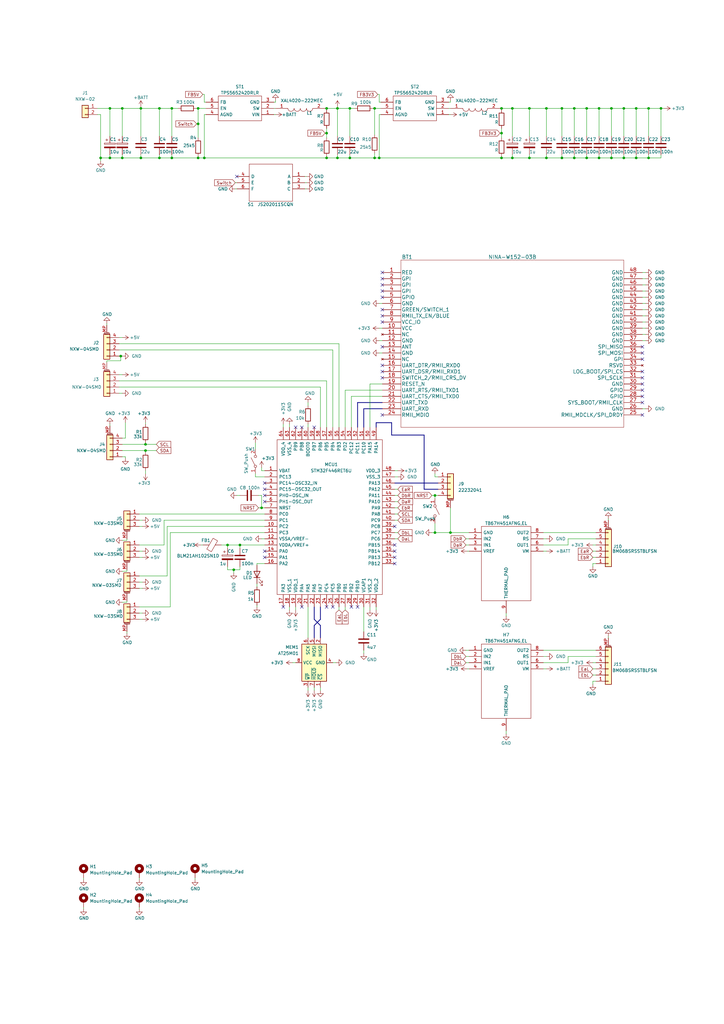
<source format=kicad_sch>
(kicad_sch (version 20211123) (generator eeschema)
  (paper "A3" portrait)
  (title_block (title "Ondra") (company "Krejsole"))
  (junction (at 205.74 64.77))
  (junction (at 138.43 64.77))
  (junction (at 45.085 44.45))
  (junction (at 250.825 44.45))
  (junction (at 133.985 64.77))
  (junction (at 143.51 44.45))
  (junction (at 178.435 218.44))
  (junction (at 250.825 64.77))
  (junction (at 81.28 44.45))
  (junction (at 143.51 64.77))
  (junction (at 95.885 233.68))
  (junction (at 155.575 64.77))
  (junction (at 245.745 64.77))
  (junction (at 98.425 223.52))
  (junction (at 81.28 64.77))
  (junction (at 57.785 44.45))
  (junction (at 70.485 44.45))
  (junction (at 205.74 44.45))
  (junction (at 240.665 44.45))
  (junction (at 210.185 64.77))
  (junction (at 235.585 64.77))
  (junction (at 45.085 64.77))
  (junction (at 50.165 64.77))
  (junction (at 59.69 182.245))
  (junction (at 210.185 44.45))
  (junction (at 107.315 208.28))
  (junction (at 217.17 44.45))
  (junction (at 266.065 64.77))
  (junction (at 133.985 44.45))
  (junction (at 230.505 64.77))
  (junction (at 240.665 64.77))
  (junction (at 205.74 54.61))
  (junction (at 41.275 64.77))
  (junction (at 70.485 64.77))
  (junction (at 138.43 44.45))
  (junction (at 65.405 64.77))
  (junction (at 178.435 203.2))
  (junction (at 230.505 44.45))
  (junction (at 49.53 146.05))
  (junction (at 153.67 64.77))
  (junction (at 271.145 44.45))
  (junction (at 255.905 44.45))
  (junction (at 93.345 223.52))
  (junction (at 260.985 64.77))
  (junction (at 57.785 64.77))
  (junction (at 59.69 184.785))
  (junction (at 184.785 218.44))
  (junction (at 260.985 44.45))
  (junction (at 224.155 64.77))
  (junction (at 266.065 44.45))
  (junction (at 50.165 44.45))
  (junction (at 83.82 64.77))
  (junction (at 217.17 64.77))
  (junction (at 153.67 44.45))
  (junction (at 255.905 64.77))
  (junction (at 65.405 44.45))
  (junction (at 224.155 44.45))
  (junction (at 235.585 44.45))
  (junction (at 245.745 44.45))
  (junction (at 133.985 54.61))
  (junction (at 81.28 50.8))
  (no_connect (at 156.845 132.08))
  (no_connect (at 156.845 114.3))
  (no_connect (at 108.585 228.6))
  (no_connect (at 144.145 248.92))
  (no_connect (at 108.585 205.74))
  (no_connect (at 263.525 157.48))
  (no_connect (at 263.525 152.4))
  (no_connect (at 156.845 154.94))
  (no_connect (at 146.685 248.92))
  (no_connect (at 263.525 147.32))
  (no_connect (at 263.525 162.56))
  (no_connect (at 161.925 226.06))
  (no_connect (at 263.525 154.94))
  (no_connect (at 156.845 119.38))
  (no_connect (at 156.845 111.76))
  (no_connect (at 263.525 144.78))
  (no_connect (at 133.985 248.92))
  (no_connect (at 263.525 160.02))
  (no_connect (at 263.525 142.24))
  (no_connect (at 156.845 149.86))
  (no_connect (at 108.585 203.2))
  (no_connect (at 161.925 223.52))
  (no_connect (at 263.525 170.18))
  (no_connect (at 108.585 226.06))
  (no_connect (at 128.905 175.26))
  (no_connect (at 156.845 127))
  (no_connect (at 97.155 72.39))
  (no_connect (at 156.845 142.24))
  (no_connect (at 156.845 170.18))
  (no_connect (at 161.925 215.9))
  (no_connect (at 263.525 165.1))
  (no_connect (at 161.925 228.6))
  (no_connect (at 156.845 152.4))
  (no_connect (at 108.585 198.12))
  (no_connect (at 156.845 116.84))
  (no_connect (at 156.845 121.92))
  (no_connect (at 161.925 231.14))
  (no_connect (at 121.285 175.26))
  (no_connect (at 123.825 248.92))
  (no_connect (at 123.825 175.26))
  (no_connect (at 108.585 200.66))
  (no_connect (at 136.525 248.92))
  (no_connect (at 156.845 129.54))
  (no_connect (at 116.205 248.92))
  (wire (pts (xy 51.435 187.325) (xy 50.165 187.325)))
  (wire (pts (xy 40.005 46.99) (xy 41.275 46.99)))
  (wire (pts (xy 67.31 223.52) (xy 57.15 223.52)))
  (wire (pts (xy 243.205 228.6) (xy 244.475 228.6)))
  (wire (pts (xy 249.555 212.725) (xy 249.555 213.36)))
  (wire (pts (xy 59.69 185.42) (xy 59.69 184.785)))
  (wire (pts (xy 210.185 44.45) (xy 205.74 44.45)))
  (wire (pts (xy 155.575 46.99) (xy 155.575 64.77)))
  (bus (pts (xy 146.685 165.1) (xy 146.685 175.26)))
  (wire (pts (xy 233.045 271.78) (xy 222.885 271.78)))
  (wire (pts (xy 244.475 231.14) (xy 243.205 231.14)))
  (wire (pts (xy 41.275 46.99) (xy 41.275 64.77)))
  (wire (pts (xy 156.21 44.45) (xy 153.67 44.45)))
  (wire (pts (xy 271.145 44.45) (xy 266.065 44.45)))
  (bus (pts (xy 128.905 256.54) (xy 131.445 254)))
  (wire (pts (xy 233.045 223.52) (xy 233.045 220.98)))
  (wire (pts (xy 70.485 64.77) (xy 81.28 64.77)))
  (wire (pts (xy 243.205 223.52) (xy 244.475 223.52)))
  (wire (pts (xy 67.31 213.36) (xy 67.31 223.52)))
  (wire (pts (xy 133.985 156.21) (xy 133.985 175.26)))
  (wire (pts (xy 205.74 64.77) (xy 210.185 64.77)))
  (wire (pts (xy 205.105 54.61) (xy 205.74 54.61)))
  (wire (pts (xy 41.275 64.77) (xy 41.275 66.04)))
  (wire (pts (xy 178.435 195.58) (xy 179.705 195.58)))
  (wire (pts (xy 155.575 144.78) (xy 156.845 144.78)))
  (wire (pts (xy 113.03 41.91) (xy 112.395 41.91)))
  (wire (pts (xy 133.985 45.085) (xy 133.985 44.45)))
  (wire (pts (xy 118.745 173.99) (xy 118.745 175.26)))
  (wire (pts (xy 57.785 43.815) (xy 57.785 44.45)))
  (wire (pts (xy 83.185 38.735) (xy 83.82 38.735)))
  (wire (pts (xy 149.225 266.7) (xy 149.225 267.97)))
  (wire (pts (xy 266.065 63.5) (xy 266.065 64.77)))
  (wire (pts (xy 184.785 41.91) (xy 184.15 41.91)))
  (wire (pts (xy 149.225 259.08) (xy 149.225 248.92)))
  (wire (pts (xy 210.185 44.45) (xy 217.17 44.45)))
  (wire (pts (xy 255.905 64.77) (xy 250.825 64.77)))
  (wire (pts (xy 163.195 213.36) (xy 161.925 213.36)))
  (wire (pts (xy 264.795 139.7) (xy 263.525 139.7)))
  (wire (pts (xy 95.885 233.68) (xy 93.345 233.68)))
  (wire (pts (xy 139.065 248.92) (xy 139.065 250.19)))
  (wire (pts (xy 50.165 184.785) (xy 59.69 184.785)))
  (wire (pts (xy 34.29 360.045) (xy 34.29 360.68)))
  (wire (pts (xy 131.445 281.94) (xy 131.445 283.21)))
  (wire (pts (xy 177.165 203.2) (xy 178.435 203.2)))
  (wire (pts (xy 184.15 44.45) (xy 184.785 44.45)))
  (wire (pts (xy 49.53 146.05) (xy 50.165 146.05)))
  (wire (pts (xy 104.775 194.31) (xy 104.775 195.58)))
  (bus (pts (xy 128.905 248.92) (xy 128.905 254)))
  (wire (pts (xy 155.575 139.7) (xy 156.845 139.7)))
  (wire (pts (xy 65.405 55.88) (xy 65.405 44.45)))
  (wire (pts (xy 131.445 158.75) (xy 131.445 175.26)))
  (wire (pts (xy 81.28 64.77) (xy 83.82 64.77)))
  (wire (pts (xy 161.925 200.66) (xy 163.195 200.66)))
  (wire (pts (xy 45.085 173.99) (xy 45.085 174.625)))
  (wire (pts (xy 107.315 220.98) (xy 108.585 220.98)))
  (wire (pts (xy 52.07 220.98) (xy 52.07 221.615)))
  (wire (pts (xy 107.315 191.77) (xy 107.315 193.04)))
  (wire (pts (xy 192.405 271.78) (xy 191.135 271.78)))
  (wire (pts (xy 230.505 64.77) (xy 224.155 64.77)))
  (wire (pts (xy 205.74 56.515) (xy 205.74 54.61)))
  (bus (pts (xy 128.905 254) (xy 131.445 256.54)))
  (wire (pts (xy 260.985 64.77) (xy 255.905 64.77)))
  (wire (pts (xy 43.815 132.715) (xy 43.815 133.35)))
  (wire (pts (xy 57.785 64.77) (xy 65.405 64.77)))
  (wire (pts (xy 245.745 44.45) (xy 240.665 44.45)))
  (wire (pts (xy 48.895 156.21) (xy 133.985 156.21)))
  (wire (pts (xy 98.425 224.79) (xy 98.425 223.52)))
  (wire (pts (xy 243.205 279.4) (xy 243.205 280.67)))
  (wire (pts (xy 191.135 220.98) (xy 192.405 220.98)))
  (bus (pts (xy 161.925 198.12) (xy 179.705 198.12)))
  (wire (pts (xy 82.55 223.52) (xy 83.185 223.52)))
  (wire (pts (xy 97.155 74.93) (xy 96.52 74.93)))
  (wire (pts (xy 81.28 50.8) (xy 81.28 44.45)))
  (wire (pts (xy 136.525 271.78) (xy 137.795 271.78)))
  (wire (pts (xy 98.425 232.41) (xy 98.425 233.68)))
  (wire (pts (xy 244.475 269.24) (xy 233.045 269.24)))
  (wire (pts (xy 57.785 55.88) (xy 57.785 44.45)))
  (wire (pts (xy 263.525 119.38) (xy 264.795 119.38)))
  (wire (pts (xy 141.605 160.02) (xy 156.845 160.02)))
  (wire (pts (xy 243.205 226.06) (xy 244.475 226.06)))
  (wire (pts (xy 224.155 55.88) (xy 224.155 44.45)))
  (wire (pts (xy 233.045 269.24) (xy 233.045 271.78)))
  (wire (pts (xy 235.585 55.88) (xy 235.585 44.45)))
  (wire (pts (xy 107.315 208.28) (xy 108.585 208.28)))
  (wire (pts (xy 80.645 50.8) (xy 81.28 50.8)))
  (wire (pts (xy 133.985 64.77) (xy 138.43 64.77)))
  (wire (pts (xy 178.435 203.2) (xy 179.705 203.2)))
  (wire (pts (xy 155.575 134.62) (xy 156.845 134.62)))
  (wire (pts (xy 240.665 64.77) (xy 235.585 64.77)))
  (wire (pts (xy 243.205 232.41) (xy 243.205 231.14)))
  (wire (pts (xy 70.485 63.5) (xy 70.485 64.77)))
  (wire (pts (xy 153.67 62.865) (xy 153.67 64.77)))
  (wire (pts (xy 125.73 74.93) (xy 125.095 74.93)))
  (wire (pts (xy 264.795 134.62) (xy 263.525 134.62)))
  (wire (pts (xy 83.82 38.735) (xy 83.82 41.91)))
  (wire (pts (xy 34.29 372.11) (xy 34.29 372.745)))
  (wire (pts (xy 93.345 224.79) (xy 93.345 223.52)))
  (wire (pts (xy 178.435 218.44) (xy 184.785 218.44)))
  (wire (pts (xy 151.765 157.48) (xy 151.765 175.26)))
  (wire (pts (xy 230.505 44.45) (xy 224.155 44.45)))
  (wire (pts (xy 126.365 173.99) (xy 126.365 175.26)))
  (wire (pts (xy 125.73 77.47) (xy 125.095 77.47)))
  (wire (pts (xy 205.74 54.61) (xy 205.74 52.705)))
  (wire (pts (xy 217.17 63.5) (xy 217.17 64.77)))
  (wire (pts (xy 48.895 153.67) (xy 50.165 153.67)))
  (wire (pts (xy 104.775 181.61) (xy 104.775 184.15)))
  (wire (pts (xy 263.525 127) (xy 264.795 127)))
  (wire (pts (xy 45.085 64.77) (xy 50.165 64.77)))
  (wire (pts (xy 222.885 266.7) (xy 244.475 266.7)))
  (wire (pts (xy 83.82 46.99) (xy 83.82 64.77)))
  (wire (pts (xy 235.585 64.77) (xy 230.505 64.77)))
  (wire (pts (xy 133.985 44.45) (xy 133.35 44.45)))
  (wire (pts (xy 244.475 279.4) (xy 243.205 279.4)))
  (wire (pts (xy 40.005 44.45) (xy 45.085 44.45)))
  (wire (pts (xy 205.74 64.135) (xy 205.74 64.77)))
  (wire (pts (xy 45.085 63.5) (xy 45.085 64.77)))
  (bus (pts (xy 131.445 256.54) (xy 131.445 261.62)))
  (wire (pts (xy 69.85 218.44) (xy 69.85 248.92)))
  (wire (pts (xy 43.815 147.955) (xy 49.53 147.955)))
  (wire (pts (xy 43.815 147.955) (xy 43.815 148.59)))
  (wire (pts (xy 184.785 218.44) (xy 192.405 218.44)))
  (wire (pts (xy 128.905 281.94) (xy 128.905 283.21)))
  (wire (pts (xy 49.53 147.955) (xy 49.53 146.05)))
  (wire (pts (xy 138.43 43.815) (xy 138.43 44.45)))
  (wire (pts (xy 52.07 259.08) (xy 52.07 259.715)))
  (wire (pts (xy 57.15 360.045) (xy 57.15 360.68)))
  (wire (pts (xy 58.42 228.6) (xy 57.15 228.6)))
  (wire (pts (xy 52.07 247.015) (xy 50.165 247.015)))
  (wire (pts (xy 263.525 167.64) (xy 264.795 167.64)))
  (wire (pts (xy 108.585 231.14) (xy 105.41 231.14)))
  (wire (pts (xy 59.69 181.61) (xy 59.69 182.245)))
  (wire (pts (xy 98.425 223.52) (xy 108.585 223.52)))
  (wire (pts (xy 57.15 210.82) (xy 108.585 210.82)))
  (wire (pts (xy 250.825 64.77) (xy 245.745 64.77)))
  (wire (pts (xy 48.895 146.05) (xy 49.53 146.05)))
  (wire (pts (xy 250.825 44.45) (xy 245.745 44.45)))
  (wire (pts (xy 266.065 55.88) (xy 266.065 44.45)))
  (wire (pts (xy 255.905 55.88) (xy 255.905 44.45)))
  (wire (pts (xy 97.155 203.2) (xy 98.425 203.2)))
  (wire (pts (xy 240.665 44.45) (xy 235.585 44.45)))
  (wire (pts (xy 83.82 41.91) (xy 84.455 41.91)))
  (wire (pts (xy 191.135 269.24) (xy 192.405 269.24)))
  (wire (pts (xy 260.985 63.5) (xy 260.985 64.77)))
  (wire (pts (xy 222.885 274.32) (xy 224.155 274.32)))
  (wire (pts (xy 93.345 223.52) (xy 98.425 223.52)))
  (wire (pts (xy 139.065 140.97) (xy 48.895 140.97)))
  (wire (pts (xy 59.69 173.355) (xy 59.69 173.99)))
  (bus (pts (xy 149.225 167.64) (xy 156.845 167.64)))
  (wire (pts (xy 177.165 218.44) (xy 178.435 218.44)))
  (wire (pts (xy 205.74 45.085) (xy 205.74 44.45)))
  (wire (pts (xy 57.15 213.36) (xy 58.42 213.36)))
  (wire (pts (xy 50.165 44.45) (xy 57.785 44.45)))
  (wire (pts (xy 50.165 55.88) (xy 50.165 44.45)))
  (wire (pts (xy 80.01 360.045) (xy 80.01 360.68)))
  (wire (pts (xy 217.17 44.45) (xy 224.155 44.45)))
  (wire (pts (xy 224.155 220.98) (xy 222.885 220.98)))
  (wire (pts (xy 104.775 195.58) (xy 108.585 195.58)))
  (wire (pts (xy 58.42 215.9) (xy 57.15 215.9)))
  (wire (pts (xy 141.605 248.92) (xy 141.605 250.19)))
  (wire (pts (xy 235.585 63.5) (xy 235.585 64.77)))
  (wire (pts (xy 217.17 64.77) (xy 224.155 64.77)))
  (wire (pts (xy 70.485 44.45) (xy 73.025 44.45)))
  (wire (pts (xy 250.825 63.5) (xy 250.825 64.77)))
  (wire (pts (xy 106.045 208.28) (xy 107.315 208.28)))
  (wire (pts (xy 240.665 55.88) (xy 240.665 44.45)))
  (bus (pts (xy 173.99 200.66) (xy 173.99 178.435)))
  (wire (pts (xy 260.985 44.45) (xy 266.065 44.45)))
  (wire (pts (xy 224.155 63.5) (xy 224.155 64.77)))
  (wire (pts (xy 153.67 64.77) (xy 155.575 64.77)))
  (wire (pts (xy 155.575 38.735) (xy 154.94 38.735)))
  (wire (pts (xy 207.645 251.46) (xy 207.645 252.73)))
  (wire (pts (xy 138.43 44.45) (xy 143.51 44.45)))
  (wire (pts (xy 271.145 63.5) (xy 271.145 64.77)))
  (wire (pts (xy 105.41 231.775) (xy 105.41 231.14)))
  (wire (pts (xy 155.575 38.735) (xy 155.575 41.91)))
  (wire (pts (xy 243.205 271.78) (xy 244.475 271.78)))
  (bus (pts (xy 160.655 178.435) (xy 160.655 173.355)))
  (wire (pts (xy 191.77 226.06) (xy 192.405 226.06)))
  (wire (pts (xy 81.28 64.135) (xy 81.28 64.77)))
  (wire (pts (xy 68.58 215.9) (xy 108.585 215.9)))
  (wire (pts (xy 243.205 276.86) (xy 244.475 276.86)))
  (wire (pts (xy 161.925 205.74) (xy 163.195 205.74)))
  (wire (pts (xy 126.365 281.94) (xy 126.365 283.21)))
  (wire (pts (xy 210.185 64.77) (xy 217.17 64.77)))
  (wire (pts (xy 58.42 251.46) (xy 57.15 251.46)))
  (bus (pts (xy 146.685 165.1) (xy 156.845 165.1)))
  (wire (pts (xy 121.285 250.19) (xy 121.285 248.92)))
  (wire (pts (xy 178.435 214.63) (xy 178.435 218.44)))
  (wire (pts (xy 153.67 44.45) (xy 153.035 44.45)))
  (wire (pts (xy 107.315 203.2) (xy 107.315 208.28)))
  (wire (pts (xy 263.525 137.16) (xy 264.795 137.16)))
  (wire (pts (xy 153.67 64.77) (xy 143.51 64.77)))
  (wire (pts (xy 222.885 223.52) (xy 233.045 223.52)))
  (wire (pts (xy 65.405 64.77) (xy 70.485 64.77)))
  (wire (pts (xy 57.785 63.5) (xy 57.785 64.77)))
  (wire (pts (xy 52.07 234.315) (xy 50.165 234.315)))
  (bus (pts (xy 173.99 178.435) (xy 160.655 178.435)))
  (wire (pts (xy 260.985 44.45) (xy 255.905 44.45)))
  (wire (pts (xy 240.665 63.5) (xy 240.665 64.77)))
  (wire (pts (xy 264.795 129.54) (xy 263.525 129.54)))
  (wire (pts (xy 59.69 193.04) (xy 59.69 194.31)))
  (wire (pts (xy 184.785 208.28) (xy 184.785 218.44)))
  (wire (pts (xy 138.43 55.88) (xy 138.43 44.45)))
  (wire (pts (xy 48.895 161.29) (xy 50.165 161.29)))
  (wire (pts (xy 156.845 157.48) (xy 151.765 157.48)))
  (wire (pts (xy 184.15 46.99) (xy 184.785 46.99)))
  (wire (pts (xy 163.195 193.04) (xy 161.925 193.04)))
  (wire (pts (xy 271.145 64.77) (xy 266.065 64.77)))
  (wire (pts (xy 245.745 55.88) (xy 245.745 44.45)))
  (wire (pts (xy 68.58 215.9) (xy 68.58 236.22)))
  (wire (pts (xy 243.205 274.32) (xy 244.475 274.32)))
  (bus (pts (xy 149.225 167.64) (xy 149.225 175.26)))
  (wire (pts (xy 207.645 299.72) (xy 207.645 300.99)))
  (wire (pts (xy 95.885 234.95) (xy 95.885 233.68)))
  (wire (pts (xy 151.765 248.92) (xy 151.765 250.19)))
  (wire (pts (xy 50.165 64.77) (xy 57.785 64.77)))
  (wire (pts (xy 163.195 208.28) (xy 161.925 208.28)))
  (wire (pts (xy 249.555 260.985) (xy 249.555 261.62)))
  (wire (pts (xy 163.195 220.98) (xy 161.925 220.98)))
  (bus (pts (xy 179.705 200.66) (xy 173.99 200.66)))
  (wire (pts (xy 155.575 64.77) (xy 205.74 64.77)))
  (wire (pts (xy 245.745 63.5) (xy 245.745 64.77)))
  (wire (pts (xy 105.41 248.285) (xy 105.41 248.92)))
  (wire (pts (xy 263.525 114.3) (xy 264.795 114.3)))
  (bus (pts (xy 154.305 173.355) (xy 154.305 175.26)))
  (wire (pts (xy 217.17 55.88) (xy 217.17 44.45)))
  (wire (pts (xy 105.41 239.395) (xy 105.41 240.665)))
  (wire (pts (xy 52.07 246.38) (xy 52.07 247.015)))
  (wire (pts (xy 133.35 54.61) (xy 133.985 54.61)))
  (wire (pts (xy 143.51 63.5) (xy 143.51 64.77)))
  (wire (pts (xy 210.185 55.88) (xy 210.185 44.45)))
  (wire (pts (xy 235.585 44.45) (xy 230.505 44.45)))
  (wire (pts (xy 51.435 187.96) (xy 51.435 187.325)))
  (wire (pts (xy 48.895 138.43) (xy 50.165 138.43)))
  (wire (pts (xy 133.985 52.705) (xy 133.985 54.61)))
  (wire (pts (xy 112.395 44.45) (xy 113.03 44.45)))
  (wire (pts (xy 69.85 218.44) (xy 108.585 218.44)))
  (wire (pts (xy 133.985 54.61) (xy 133.985 56.515)))
  (wire (pts (xy 90.805 223.52) (xy 93.345 223.52)))
  (wire (pts (xy 67.31 213.36) (xy 108.585 213.36)))
  (wire (pts (xy 161.925 195.58) (xy 163.195 195.58)))
  (wire (pts (xy 178.435 204.47) (xy 178.435 203.2)))
  (wire (pts (xy 69.85 248.92) (xy 57.15 248.92)))
  (wire (pts (xy 107.315 193.04) (xy 108.585 193.04)))
  (wire (pts (xy 143.51 44.45) (xy 145.415 44.45)))
  (wire (pts (xy 48.895 158.75) (xy 131.445 158.75)))
  (wire (pts (xy 163.195 218.44) (xy 161.925 218.44)))
  (wire (pts (xy 113.03 46.99) (xy 112.395 46.99)))
  (wire (pts (xy 178.435 194.31) (xy 178.435 195.58)))
  (wire (pts (xy 153.67 55.245) (xy 153.67 44.45)))
  (wire (pts (xy 156.21 46.99) (xy 155.575 46.99)))
  (wire (pts (xy 144.145 162.56) (xy 144.145 175.26)))
  (wire (pts (xy 138.43 63.5) (xy 138.43 64.77)))
  (wire (pts (xy 45.085 55.88) (xy 45.085 44.45)))
  (wire (pts (xy 233.045 220.98) (xy 244.475 220.98)))
  (wire (pts (xy 138.43 44.45) (xy 133.985 44.45)))
  (wire (pts (xy 57.15 372.11) (xy 57.15 372.745)))
  (wire (pts (xy 133.985 64.135) (xy 133.985 64.77)))
  (wire (pts (xy 58.42 226.06) (xy 57.15 226.06)))
  (bus (pts (xy 131.445 248.92) (xy 131.445 254)))
  (wire (pts (xy 184.785 41.275) (xy 184.785 41.91)))
  (wire (pts (xy 93.345 233.68) (xy 93.345 232.41)))
  (wire (pts (xy 58.42 241.3) (xy 57.15 241.3)))
  (wire (pts (xy 68.58 236.22) (xy 57.15 236.22)))
  (wire (pts (xy 224.155 226.06) (xy 222.885 226.06)))
  (wire (pts (xy 263.525 121.92) (xy 264.795 121.92)))
  (wire (pts (xy 154.305 250.19) (xy 154.305 248.92)))
  (wire (pts (xy 83.82 64.77) (xy 133.985 64.77)))
  (wire (pts (xy 263.525 111.76) (xy 264.795 111.76)))
  (wire (pts (xy 50.165 63.5) (xy 50.165 64.77)))
  (wire (pts (xy 59.69 184.785) (xy 64.135 184.785)))
  (wire (pts (xy 266.065 64.77) (xy 260.985 64.77)))
  (wire (pts (xy 230.505 63.5) (xy 230.505 64.77)))
  (wire (pts (xy 210.185 63.5) (xy 210.185 64.77)))
  (wire (pts (xy 120.015 271.78) (xy 121.285 271.78)))
  (wire (pts (xy 118.745 248.92) (xy 118.745 250.19)))
  (wire (pts (xy 155.575 124.46) (xy 156.845 124.46)))
  (wire (pts (xy 52.07 221.615) (xy 50.165 221.615)))
  (wire (pts (xy 272.415 44.45) (xy 271.145 44.45)))
  (wire (pts (xy 205.74 44.45) (xy 205.105 44.45)))
  (wire (pts (xy 191.135 223.52) (xy 192.405 223.52)))
  (wire (pts (xy 271.145 55.88) (xy 271.145 44.45)))
  (wire (pts (xy 143.51 55.88) (xy 143.51 44.45)))
  (wire (pts (xy 155.575 41.91) (xy 156.21 41.91)))
  (wire (pts (xy 51.435 179.705) (xy 50.165 179.705)))
  (wire (pts (xy 161.925 210.82) (xy 163.195 210.82)))
  (wire (pts (xy 264.795 124.46) (xy 263.525 124.46)))
  (wire (pts (xy 126.365 261.62) (xy 126.365 248.92)))
  (wire (pts (xy 98.425 233.68) (xy 95.885 233.68)))
  (wire (pts (xy 41.275 64.77) (xy 45.085 64.77)))
  (wire (pts (xy 222.885 269.24) (xy 224.155 269.24)))
  (wire (pts (xy 81.28 56.515) (xy 81.28 50.8)))
  (wire (pts (xy 52.07 233.68) (xy 52.07 234.315)))
  (wire (pts (xy 250.825 55.88) (xy 250.825 44.45)))
  (wire (pts (xy 65.405 63.5) (xy 65.405 64.77)))
  (wire (pts (xy 58.42 238.76) (xy 57.15 238.76)))
  (bus (pts (xy 160.655 173.355) (xy 154.305 173.355)))
  (wire (pts (xy 84.455 46.99) (xy 83.82 46.99)))
  (wire (pts (xy 57.15 254) (xy 58.42 254)))
  (wire (pts (xy 57.785 44.45) (xy 65.405 44.45)))
  (wire (pts (xy 255.905 63.5) (xy 255.905 64.77)))
  (wire (pts (xy 65.405 44.45) (xy 70.485 44.45)))
  (wire (pts (xy 139.065 175.26) (xy 139.065 140.97)))
  (wire (pts (xy 70.485 55.88) (xy 70.485 44.45)))
  (wire (pts (xy 45.085 44.45) (xy 50.165 44.45)))
  (wire (pts (xy 126.365 165.1) (xy 126.365 166.37)))
  (wire (pts (xy 50.165 182.245) (xy 59.69 182.245)))
  (wire (pts (xy 141.605 160.02) (xy 141.605 175.26)))
  (wire (pts (xy 48.895 143.51) (xy 136.525 143.51)))
  (wire (pts (xy 263.525 116.84) (xy 264.795 116.84)))
  (wire (pts (xy 144.145 162.56) (xy 156.845 162.56)))
  (wire (pts (xy 161.925 203.2) (xy 163.195 203.2)))
  (wire (pts (xy 125.73 72.39) (xy 125.095 72.39)))
  (wire (pts (xy 230.505 55.88) (xy 230.505 44.45)))
  (wire (pts (xy 136.525 143.51) (xy 136.525 175.26)))
  (wire (pts (xy 260.985 55.88) (xy 260.985 44.45)))
  (wire (pts (xy 143.51 64.77) (xy 138.43 64.77)))
  (bus (pts (xy 128.905 261.62) (xy 128.905 256.54)))
  (wire (pts (xy 191.77 274.32) (xy 192.405 274.32)))
  (wire (pts (xy 113.03 41.275) (xy 113.03 41.91)))
  (wire (pts (xy 81.28 44.45) (xy 84.455 44.45)))
  (wire (pts (xy 116.205 173.99) (xy 116.205 175.26)))
  (wire (pts (xy 222.885 218.44) (xy 244.475 218.44)))
  (wire (pts (xy 255.905 44.45) (xy 250.825 44.45)))
  (wire (pts (xy 263.525 132.08) (xy 264.795 132.08)))
  (wire (pts (xy 80.645 44.45) (xy 81.28 44.45)))
  (wire (pts (xy 191.135 266.7) (xy 192.405 266.7)))
  (wire (pts (xy 59.69 182.245) (xy 64.135 182.245)))
  (wire (pts (xy 106.045 203.2) (xy 107.315 203.2)))
  (wire (pts (xy 97.155 77.47) (xy 96.52 77.47)))
  (wire (pts (xy 51.435 173.355) (xy 51.435 179.705)))
  (wire (pts (xy 245.745 64.77) (xy 240.665 64.77)))
  (global_label "EbR" (shape input) (at 163.195 208.28 0) (property "Intersheet References" "${INTERSHEET_REFS}" (effects hide)))
  (global_label "SCL" (shape input) (at 163.195 210.82 0) (property "Intersheet References" "${INTERSHEET_REFS}" (effects hide)))
  (global_label "DaR" (shape input) (at 191.135 223.52 180) (property "Intersheet References" "${INTERSHEET_REFS}" (effects hide)))
  (global_label "EaR" (shape input) (at 243.205 226.06 180) (property "Intersheet References" "${INTERSHEET_REFS}" (effects hide)))
  (global_label "EaR" (shape input) (at 163.195 200.66 0) (property "Intersheet References" "${INTERSHEET_REFS}" (effects hide)))
  (global_label "FB3V3" (shape input) (at 154.94 38.735 180) (property "Intersheet References" "${INTERSHEET_REFS}" (effects hide)))
  (global_label "DaL" (shape input) (at 191.135 271.78 180) (property "Intersheet References" "${INTERSHEET_REFS}" (effects hide)))
  (global_label "DbL" (shape input) (at 191.135 269.24 180) (property "Intersheet References" "${INTERSHEET_REFS}" (effects hide)))
  (global_label "NRST" (shape input) (at 177.165 203.2 180) (property "Intersheet References" "${INTERSHEET_REFS}" (effects hide)))
  (global_label "SDA" (shape input) (at 64.135 184.785 0) (property "Intersheet References" "${INTERSHEET_REFS}" (effects hide)))
  (global_label "DaL" (shape input) (at 163.195 220.98 0) (property "Intersheet References" "${INTERSHEET_REFS}" (effects hide)))
  (global_label "SDA" (shape input) (at 163.195 213.36 0) (property "Intersheet References" "${INTERSHEET_REFS}" (effects hide)))
  (global_label "FB5V" (shape input) (at 83.185 38.735 180) (property "Intersheet References" "${INTERSHEET_REFS}" (effects hide)))
  (global_label "EbL" (shape input) (at 243.205 276.86 180) (property "Intersheet References" "${INTERSHEET_REFS}" (effects hide)))
  (global_label "EbR" (shape input) (at 243.205 228.6 180) (property "Intersheet References" "${INTERSHEET_REFS}" (effects hide)))
  (global_label "DbL" (shape input) (at 163.195 218.44 0) (property "Intersheet References" "${INTERSHEET_REFS}" (effects hide)))
  (global_label "SCL" (shape input) (at 64.135 182.245 0) (property "Intersheet References" "${INTERSHEET_REFS}" (effects hide)))
  (global_label "FB3V3" (shape input) (at 205.105 54.61 180) (property "Intersheet References" "${INTERSHEET_REFS}" (effects hide)))
  (global_label "EaL" (shape input) (at 243.205 274.32 180) (property "Intersheet References" "${INTERSHEET_REFS}" (effects hide)))
  (global_label "FB5V" (shape input) (at 133.35 54.61 180) (property "Intersheet References" "${INTERSHEET_REFS}" (effects hide)))
  (global_label "NRST" (shape input) (at 106.045 208.28 180) (property "Intersheet References" "${INTERSHEET_REFS}" (effects hide)))
  (global_label "Switch" (shape input) (at 80.645 50.8 180) (property "Intersheet References" "${INTERSHEET_REFS}" (effects hide)))
  (global_label "EbL" (shape input) (at 141.605 250.19 270) (property "Intersheet References" "${INTERSHEET_REFS}" (effects hide)))
  (global_label "DbR" (shape input) (at 163.195 203.2 0) (property "Intersheet References" "${INTERSHEET_REFS}" (effects hide)))
  (global_label "DbR" (shape input) (at 191.135 220.98 180) (property "Intersheet References" "${INTERSHEET_REFS}" (effects hide)))
  (global_label "Switch" (shape input) (at 96.52 74.93 180) (property "Intersheet References" "${INTERSHEET_REFS}" (effects hide)))
  (global_label "EaL" (shape input) (at 139.065 250.19 270) (property "Intersheet References" "${INTERSHEET_REFS}" (effects hide)))
  (global_label "DaR" (shape input) (at 163.195 205.74 0) (property "Intersheet References" "${INTERSHEET_REFS}" (effects hide)))
  (symbol (lib_id "power:GND") (at 50.165 247.015 270) (unit 1)
    (property "Reference" "#PWR012" (effects hide))
    (property "Value" "GND" (at 43.18 247.015 90) (effects (justify left)))
  )
  (symbol (lib_id "power:GND") (at 50.165 161.29 90) (unit 1)
    (property "Reference" "#PWR09" (effects hide))
    (property "Value" "GND" (at 53.975 161.2899 90) (effects (justify right)))
  )
  (symbol (lib_id "power:+3V3") (at 107.315 191.77 0) (unit 1)
    (property "Reference" "#PWR039" (effects hide))
    (property "Value" "+3V3" (at 107.315 187.96 0) (effects (justify left)))
  )
  (symbol (lib_id "Memory_EEPROM:AT25xxx") (at 128.905 271.78 90) (unit 1)
    (property "Reference" "MEM1" (at 122.555 265.43 90) (effects (justify left)))
    (property "Value" "AT25M01" (at 122.555 267.97 90) (effects (justify left)))
    (property "Footprint" "Package_SO:SOIC-8_3.9x4.9mm_P1.27mm" (effects hide))
    (property "Datasheet" "https://cz.mouser.com/datasheet/2/268/atmel_8824_seeprom_at25m01_datasheet-1368745.pdf" (effects hide))
    (property "Shop" "https://cz.mouser.com/ProductDetail/Microchip-Technology/AT25M01-SSHM-T?qs=FYmA7lrD2lW7NTcp52Q%252B0w%3D%3D" (effects hide))
  )
  (symbol (lib_id "power:GND") (at 57.15 360.68 0) (unit 1)
    (property "Reference" "#PWR016" (effects hide))
    (property "Value" "GND" (at 55.245 364.49 0) (effects (justify left)))
  )
  (symbol (lib_id "power:GND") (at 155.575 139.7 270) (unit 1)
    (property "Reference" "#PWR061" (effects hide))
    (property "Value" "GND" (at 147.955 139.7 90) (effects (justify left)))
  )
  (symbol (lib_id "power:GND") (at 118.745 250.19 0) (unit 1)
    (property "Reference" "#PWR047" (effects hide))
    (property "Value" "GND" (at 118.745 257.81 90) (effects (justify left)))
  )
  (symbol (lib_id "power:+5V") (at 58.42 228.6 270) (unit 1)
    (property "Reference" "#PWR022" (effects hide))
    (property "Value" "+5V" (at 63.5 228.6 90))
  )
  (symbol (lib_id "Device:R") (at 59.69 189.23 180) (unit 1)
    (property "Reference" "R2" (at 58.42 188.595 0) (effects (justify left)))
    (property "Value" "33k" (at 58.42 190.5 0) (effects (justify left)))
    (property "Footprint" "Resistor_SMD:R_0805_2012Metric_Pad1.20x1.40mm_HandSolder" (effects hide))
    (property "Datasheet" "https://www.tme.eu/Document/fc4a82f112edb33ff8bb5686e98dc36a/rezystor-smd.pdf" (effects hide))
    (property "Shop" "https://www.tme.eu/cz/details/smd0805-33k/rezistory-smd/royal-ohm/0805s8j0333t5e/" (effects hide))
  )
  (symbol (lib_id "Device:C") (at 260.985 59.69 0) (unit 1)
    (property "Reference" "C21" (at 260.985 57.15 0) (effects (justify left)))
    (property "Value" "100n" (at 260.985 62.23 0) (effects (justify left)))
    (property "Footprint" "Capacitor_SMD:C_0805_2012Metric_Pad1.18x1.45mm_HandSolder" (effects hide))
    (property "Datasheet" "https://www.tme.eu/Document/7da762c1dbaf553c64ad9c40d3603826/mlcc_samsung.pdf" (effects hide))
    (property "Shop" "https://www.tme.eu/cz/details/cl21b104kbcnnnc/kondenzatory-mlcc-smd/samsung/" (effects hide))
  )
  (symbol (lib_id "power:GND") (at 41.275 66.04 0) (unit 1)
    (property "Reference" "#PWR03" (effects hide))
    (property "Value" "GND" (at 41.275 69.85 0))
  )
  (symbol (lib_id "power:+3V3") (at 104.775 181.61 0) (unit 1)
    (property "Reference" "#PWR037" (effects hide))
    (property "Value" "+3V3" (at 102.235 177.8 0) (effects (justify left)))
  )
  (symbol (lib_id "Connector_Generic_MountingPin:Conn_01x06_MountingPin") (at 249.555 274.32 0) (mirror x) (unit 1)
    (property "Reference" "J11" (at 253.365 272.415 0))
    (property "Value" "BM06BSRSSTBLFSN" (at 260.35 274.955 0))
    (property "Footprint" "Connector_JST:JST_SHL_SM06B-SHLS-TF_1x06-1MP_P1.00mm_Horizontal" (effects hide))
    (property "Datasheet" "https://www.tme.eu/Document/78cdcdd5456e6dd5569aab515694f6ff/SR.pdf" (effects hide))
    (property "Shop" "https://www.tme.eu/cz/details/bm06b-srss-tb/signalove-konektory-raster-1-00mm/jst/bm06b-srss-tb-lf-sn/" (effects hide))
  )
  (symbol (lib_id "Device:C_Polarized") (at 93.345 228.6 0) (unit 1)
    (property "Reference" "C6" (at 93.345 226.06 0) (effects (justify left)))
    (property "Value" "1u" (at 90.17 231.14 0) (effects (justify left)))
    (property "Footprint" "Capacitor_Tantalum_SMD:CP_EIA-3216-18_Kemet-A_Pad1.58x1.35mm_HandSolder" (effects hide))
    (property "Datasheet" "https://www.tme.eu/Document/b7b423fee79a0baa3802818aefa8a73f/293d.pdf" (effects hide))
    (property "Shop" "https://www.tme.eu/cz/details/293d105x0016a2te3/tantalove-kondenzatory-smd/vishay/" (effects hide))
  )
  (symbol (lib_id "power:+3V3") (at 120.015 271.78 90) (unit 1)
    (property "Reference" "#PWR048" (effects hide))
    (property "Value" "+3V3" (at 116.205 271.7799 90) (effects (justify left)))
  )
  (symbol (lib_id "power:+3V3") (at 243.205 223.52 90) (unit 1)
    (property "Reference" "#PWR076" (effects hide))
    (property "Value" "+3V3" (at 239.395 223.52 90) (effects (justify left)))
  )
  (symbol (lib_id "Device:C") (at 240.665 59.69 0) (unit 1)
    (property "Reference" "C17" (at 240.665 57.15 0) (effects (justify left)))
    (property "Value" "100n" (at 240.665 62.23 0) (effects (justify left)))
    (property "Footprint" "Capacitor_SMD:C_0805_2012Metric_Pad1.18x1.45mm_HandSolder" (effects hide))
    (property "Datasheet" "https://www.tme.eu/Document/7da762c1dbaf553c64ad9c40d3603826/mlcc_samsung.pdf" (effects hide))
    (property "Shop" "https://www.tme.eu/cz/details/cl21b104kbcnnnc/kondenzatory-mlcc-smd/samsung/" (effects hide))
  )
  (symbol (lib_id "power:+5V") (at 50.165 153.67 270) (unit 1)
    (property "Reference" "#PWR08" (effects hide))
    (property "Value" "+5V" (at 55.245 153.67 90))
  )
  (symbol (lib_id "power:+3V3") (at 163.195 193.04 270) (unit 1)
    (property "Reference" "#PWR063" (effects hide))
    (property "Value" "+3V3" (at 165.735 193.04 90) (effects (justify left)))
  )
  (symbol (lib_id "power:GND") (at 264.795 124.46 90) (unit 1)
    (property "Reference" "#PWR085" (effects hide))
    (property "Value" "GND" (at 268.605 124.4599 90) (effects (justify right)))
  )
  (symbol (lib_id "power:GND") (at 125.73 72.39 90) (unit 1)
    (property "Reference" "#PWR0102" (effects hide))
    (property "Value" "GND" (at 130.81 72.39 90))
  )
  (symbol (lib_id "power:GND") (at 51.435 187.96 0) (unit 1)
    (property "Reference" "#PWR014" (effects hide))
    (property "Value" "GND" (at 51.435 192.405 0))
  )
  (symbol (lib_id "power:GND") (at 264.795 134.62 90) (unit 1)
    (property "Reference" "#PWR089" (effects hide))
    (property "Value" "GND" (at 268.605 134.6199 90) (effects (justify right)))
  )
  (symbol (lib_id "power:+5V") (at 58.42 254 270) (unit 1)
    (property "Reference" "#PWR026" (effects hide))
    (property "Value" "+5V" (at 63.5 254 90))
  )
  (symbol (lib_id "Device:C") (at 271.145 59.69 0) (unit 1)
    (property "Reference" "C23" (at 271.145 57.15 0) (effects (justify left)))
    (property "Value" "100n" (at 271.145 62.23 0) (effects (justify left)))
    (property "Footprint" "Capacitor_SMD:C_0805_2012Metric_Pad1.18x1.45mm_HandSolder" (effects hide))
    (property "Datasheet" "https://www.tme.eu/Document/7da762c1dbaf553c64ad9c40d3603826/mlcc_samsung.pdf" (effects hide))
    (property "Shop" "https://www.tme.eu/cz/details/cl21b104kbcnnnc/kondenzatory-mlcc-smd/samsung/" (effects hide))
  )
  (symbol (lib_id "power:+BATT") (at 113.03 46.99 270) (unit 1)
    (property "Reference" "#PWR042" (effects hide))
    (property "Value" "+BATT" (at 115.57 46.9899 90) (effects (justify left)))
  )
  (symbol (lib_id "power:GND") (at 52.07 259.715 0) (unit 1)
    (property "Reference" "#PWR015" (effects hide))
    (property "Value" "GND" (at 50.165 263.525 0) (effects (justify left)))
  )
  (symbol (lib_id "power:GND") (at 50.165 234.315 270) (unit 1)
    (property "Reference" "#PWR011" (effects hide))
    (property "Value" "GND" (at 43.18 234.315 90) (effects (justify left)))
  )
  (symbol (lib_id "Device:C") (at 143.51 59.69 0) (unit 1)
    (property "Reference" "C10" (at 143.51 57.15 0) (effects (justify left)))
    (property "Value" "22u" (at 143.51 62.23 0) (effects (justify left)))
    (property "Footprint" "Capacitor_SMD:C_0805_2012Metric_Pad1.18x1.45mm_HandSolder" (effects hide))
    (property "Datasheet" "https://www.tme.eu/Document/4a42202b32dab16128fe107dd69598cc/samsung-chip-cap.pdf" (effects hide))
    (property "Shop" "https://www.tme.eu/cz/details/cl21a226mqqnnng/kondenzatory-mlcc-smd/samsung/" (effects hide))
  )
  (symbol (lib_id "Connector_Generic_MountingPin:Conn_01x04_MountingPin") (at 45.085 184.785 180) (unit 1)
    (property "Reference" "J4" (at 41.91 182.245 0))
    (property "Value" "NXW-04SMD" (at 37.465 184.785 0))
    (property "Footprint" "Connector_Molex:Molex_CLIK-Mate_502443-0470_1x04-1MP_P2.00mm_Vertical" (effects hide))
    (property "Shop" "https://www.tme.eu/cz/details/nxw-04smd/signalove-konektory-raster-2-00mm/ninigi/" (effects hide))
  )
  (symbol (lib_id "Device:C_Polarized") (at 217.17 59.69 0) (unit 1)
    (property "Reference" "C13" (at 217.17 57.15 0) (effects (justify left)))
    (property "Value" "1u" (at 217.17 62.23 0) (effects (justify left)))
    (property "Footprint" "Capacitor_Tantalum_SMD:CP_EIA-3216-18_Kemet-A_Pad1.58x1.35mm_HandSolder" (effects hide))
    (property "Datasheet" "https://www.tme.eu/Document/b7b423fee79a0baa3802818aefa8a73f/293d.pdf" (effects hide))
    (property "Shop" "https://www.tme.eu/cz/details/293d105x0016a2te3/tantalove-kondenzatory-smd/vishay/" (effects hide))
  )
  (symbol (lib_id "Connector_Generic_MountingPin:Conn_01x04_MountingPin") (at 43.815 143.51 180) (unit 1)
    (property "Reference" "J2" (at 40.64 140.6143 0) (effects (justify left)))
    (property "Value" "NXW-04SMD" (at 40.64 143.1543 0) (effects (justify left)))
    (property "Footprint" "Connector_Molex:Molex_CLIK-Mate_502443-0470_1x04-1MP_P2.00mm_Vertical" (effects hide))
    (property "Shop" "https://www.tme.eu/cz/details/nxw-04smd/signalove-konektory-raster-2-00mm/ninigi/" (effects hide))
  )
  (symbol (lib_id "power:GND") (at 264.795 127 90) (unit 1)
    (property "Reference" "#PWR086" (effects hide))
    (property "Value" "GND" (at 268.605 126.9999 90) (effects (justify right)))
  )
  (symbol (lib_id "Device:C") (at 266.065 59.69 0) (unit 1)
    (property "Reference" "C22" (at 266.065 57.15 0) (effects (justify left)))
    (property "Value" "100n" (at 266.065 62.23 0) (effects (justify left)))
    (property "Footprint" "Capacitor_SMD:C_0805_2012Metric_Pad1.18x1.45mm_HandSolder" (effects hide))
    (property "Datasheet" "https://www.tme.eu/Document/7da762c1dbaf553c64ad9c40d3603826/mlcc_samsung.pdf" (effects hide))
    (property "Shop" "https://www.tme.eu/cz/details/cl21b104kbcnnnc/kondenzatory-mlcc-smd/samsung/" (effects hide))
  )
  (symbol (lib_id "power:GND") (at 264.795 139.7 90) (unit 1)
    (property "Reference" "#PWR091" (effects hide))
    (property "Value" "GND" (at 268.605 139.6999 90) (effects (justify right)))
  )
  (symbol (lib_id "power:GND") (at 58.42 213.36 90) (unit 1)
    (property "Reference" "#PWR019" (effects hide))
    (property "Value" "GND" (at 62.23 213.3599 90) (effects (justify right)))
  )
  (symbol (lib_id "power:GND") (at 264.795 111.76 90) (unit 1)
    (property "Reference" "#PWR080" (effects hide))
    (property "Value" "GND" (at 268.605 111.7599 90) (effects (justify right)))
  )
  (symbol (lib_id "power:+3V3") (at 82.55 223.52 90) (unit 1)
    (property "Reference" "#PWR030" (effects hide))
    (property "Value" "+3V3" (at 77.47 223.52 90))
  )
  (symbol (lib_id "power:GND") (at 264.795 121.92 90) (unit 1)
    (property "Reference" "#PWR084" (effects hide))
    (property "Value" "GND" (at 268.605 121.9199 90) (effects (justify right)))
  )
  (symbol (lib_id "power:+BATT") (at 224.155 274.32 270) (unit 1)
    (property "Reference" "#PWR075" (effects hide))
    (property "Value" "+BATT" (at 227.965 274.32 90) (effects (justify left)))
  )
  (symbol (lib_id "power:+3V3") (at 191.77 274.32 90) (unit 1)
    (property "Reference" "#PWR0106" (effects hide))
    (property "Value" "+3V3" (at 185.42 274.32 90))
  )
  (symbol (lib_id "Connector_Generic_MountingPin:Conn_01x03_MountingPin") (at 52.07 213.36 0) (mirror y) (unit 1)
    (property "Reference" "J5" (at 48.895 212.725 0))
    (property "Value" "NXW-03SMD" (at 44.45 214.63 0))
    (property "Footprint" "Connector_Molex:Molex_CLIK-Mate_502443-0370_1x03-1MP_P2.00mm_Vertical" (effects hide))
    (property "Shop" "https://www.tme.eu/cz/details/nxw-03smd/signalove-konektory-raster-2-00mm/ninigi/" (effects hide))
  )
  (symbol (lib_id "power:GND") (at 264.795 119.38 90) (unit 1)
    (property "Reference" "#PWR083" (effects hide))
    (property "Value" "GND" (at 268.605 119.3799 90) (effects (justify right)))
  )
  (symbol (lib_id "Connector_Generic_MountingPin:Conn_01x06_MountingPin") (at 249.555 226.06 0) (mirror x) (unit 1)
    (property "Reference" "J10" (at 253.365 224.155 0))
    (property "Value" "BM06BSRSSTBLFSN" (at 260.35 226.06 0))
    (property "Footprint" "Connector_JST:JST_SHL_SM06B-SHLS-TF_1x06-1MP_P1.00mm_Horizontal" (effects hide))
    (property "Datasheet" "https://www.tme.eu/Document/78cdcdd5456e6dd5569aab515694f6ff/SR.pdf" (effects hide))
    (property "Shop" "https://www.tme.eu/cz/details/bm06b-srss-tb/signalove-konektory-raster-1-00mm/jst/bm06b-srss-tb-lf-sn/" (effects hide))
  )
  (symbol (lib_id "Device:R") (at 105.41 244.475 0) (unit 1)
    (property "Reference" "R5" (at 101.6 243.205 0) (effects (justify left)))
    (property "Value" "1k" (at 101.6 245.745 0) (effects (justify left)))
    (property "Footprint" "Resistor_SMD:R_0805_2012Metric_Pad1.20x1.40mm_HandSolder" (effects hide))
    (property "Datasheet" "https://www.tme.eu/Document/7b8fed8c112f8a94930279c22c957f7f/rc0805yageo.pdf" (effects hide))
    (property "Shop" "https://www.tme.eu/cz/details/rc0805fr-071k/rezistory-smd/yageo/rc0805fr-071kl/" (effects hide))
  )
  (symbol (lib_id "power:GND") (at 45.085 173.99 180) (unit 1)
    (property "Reference" "#PWR05" (effects hide))
    (property "Value" "GND" (at 43.18 169.545 0) (effects (justify right)))
  )
  (symbol (lib_id "power:+3V3") (at 128.905 283.21 180) (unit 1)
    (property "Reference" "#PWR052" (effects hide))
    (property "Value" "+3V3" (at 128.905 292.1 90) (effects (justify right)))
  )
  (symbol (lib_id "power:GND") (at 113.03 41.275 180) (unit 1)
    (property "Reference" "#PWR041" (effects hide))
    (property "Value" "GND" (at 113.03 37.465 0))
  )
  (symbol (lib_id "Device:LED") (at 105.41 235.585 90) (unit 1)
    (property "Reference" "D1" (at 100.965 234.95 90) (effects (justify right)))
    (property "Value" "LED" (at 99.695 236.855 90) (effects (justify right)))
    (property "Footprint" "LED_SMD:LED_1206_3216Metric_Pad1.42x1.75mm_HandSolder" (effects hide))
    (property "Datasheet" "https://www.tme.eu/Document/0b5c1d81e4636c56d69143b009d8f547/S150SC-2S.pdf" (effects hide))
    (property "Shop" "https://www.tme.eu/cz/details/ll-s150sc-2s/diody-led-smd-barevne/luckylight/" (effects hide))
  )
  (symbol (lib_id "power:GND") (at 224.155 269.24 90) (unit 1)
    (property "Reference" "#PWR074" (effects hide))
    (property "Value" "GND" (at 227.965 269.24 90) (effects (justify right)))
  )
  (symbol (lib_id "Device:C_Polarized") (at 45.085 59.69 0) (unit 1)
    (property "Reference" "C1" (at 45.085 57.15 0) (effects (justify left)))
    (property "Value" "10u" (at 45.085 62.23 0) (effects (justify left)))
    (property "Footprint" "Capacitor_Tantalum_SMD:CP_EIA-3216-18_Kemet-A_Pad1.58x1.35mm_HandSolder" (effects hide))
    (property "Datasheet" "https://www.tme.eu/Document/e24aafab2fa4d2fc335623965655fb70/TAJ.pdf" (effects hide))
    (property "Shop" "https://www.tme.eu/cz/details/taja106k016rnj/tantalove-kondenzatory-smd/kyocera-avx/" (effects hide))
  )
  (symbol (lib_id "Device:C") (at 255.905 59.69 0) (unit 1)
    (property "Reference" "C20" (at 255.905 57.15 0) (effects (justify left)))
    (property "Value" "100n" (at 255.905 62.23 0) (effects (justify left)))
    (property "Footprint" "Capacitor_SMD:C_0805_2012Metric_Pad1.18x1.45mm_HandSolder" (effects hide))
    (property "Datasheet" "https://www.tme.eu/Document/7da762c1dbaf553c64ad9c40d3603826/mlcc_samsung.pdf" (effects hide))
    (property "Shop" "https://www.tme.eu/cz/details/cl21b104kbcnnnc/kondenzatory-mlcc-smd/samsung/" (effects hide))
  )
  (symbol (lib_id "Device:C") (at 245.745 59.69 0) (unit 1)
    (property "Reference" "C18" (at 245.745 57.15 0) (effects (justify left)))
    (property "Value" "100n" (at 245.745 62.23 0) (effects (justify left)))
    (property "Footprint" "Capacitor_SMD:C_0805_2012Metric_Pad1.18x1.45mm_HandSolder" (effects hide))
    (property "Datasheet" "https://www.tme.eu/Document/7da762c1dbaf553c64ad9c40d3603826/mlcc_samsung.pdf" (effects hide))
    (property "Shop" "https://www.tme.eu/cz/details/cl21b104kbcnnnc/kondenzatory-mlcc-smd/samsung/" (effects hide))
  )
  (symbol (lib_id "power:+3V3") (at 154.305 250.19 180) (unit 1)
    (property "Reference" "#PWR058" (effects hide))
    (property "Value" "+3V3" (at 154.305 256.54 90))
  )
  (symbol (lib_id "Device:C") (at 98.425 228.6 0) (unit 1)
    (property "Reference" "C7" (at 99.06 226.06 0) (effects (justify left)))
    (property "Value" "100n" (at 99.06 231.14 0) (effects (justify left)))
    (property "Footprint" "Capacitor_SMD:C_0805_2012Metric_Pad1.18x1.45mm_HandSolder" (effects hide))
    (property "Datasheet" "https://www.tme.eu/Document/7da762c1dbaf553c64ad9c40d3603826/mlcc_samsung.pdf" (effects hide))
    (property "Shop" "https://www.tme.eu/cz/details/cl21b104kbcnnnc/kondenzatory-mlcc-smd/samsung/" (effects hide))
  )
  (symbol (lib_id "Device:R") (at 133.985 60.325 180) (unit 1)
    (property "Reference" "R8" (at 132.715 59.69 0) (effects (justify left)))
    (property "Value" "R" (at 132.715 61.595 0) (effects (justify left)))
    (property "Footprint" "Resistor_SMD:R_0805_2012Metric_Pad1.20x1.40mm_HandSolder" (effects hide))
  )
  (symbol (lib_id "power:+3V3") (at 272.415 44.45 270) (unit 1)
    (property "Reference" "#PWR093" (effects hide))
    (property "Value" "+3V3" (at 278.13 44.45 90))
  )
  (symbol (lib_id "SamacSys_Parts:TPS565242DRLR") (at 112.395 46.99 180) (unit 1)
    (property "Reference" "ST1" (at 98.425 35.56 0))
    (property "Value" "TPS565242DRLR" (at 98.425 38.1 0))
    (property "Footprint" "Package_TO_SOT_SMD:SOT-563" (effects hide))
    (property "Datasheet" "https://www.ti.com/lit/gpn/tps565247" (effects hide))
    (property "Shop" "https://cz.mouser.com/ProductDetail/Texas-Instruments/TPS565242DRLR?qs=tlsG%2FOw5FFgHUuabKshykA%3D%3D" (effects hide))
  )
  (symbol (lib_id "Mechanical:MountingHole_Pad") (at 34.29 357.505 0) (unit 1)
    (property "Reference" "H1" (at 36.83 355.4003 0) (effects (justify left)))
    (property "Value" "MountingHole_Pad" (at 36.83 357.9372 0) (effects (justify left)))
    (property "Footprint" "MountingHole:MountingHole_3.2mm_M3_Pad_Via" (effects hide))
  )
  (symbol (lib_id "power:GND") (at 80.01 360.68 0) (unit 1)
    (property "Reference" "#PWR029" (effects hide))
    (property "Value" "GND" (at 78.105 364.49 0) (effects (justify left)))
  )
  (symbol (lib_id "power:+BATT") (at 224.155 226.06 270) (unit 1)
    (property "Reference" "#PWR073" (effects hide))
    (property "Value" "+BATT" (at 227.965 226.06 90) (effects (justify left)))
  )
  (symbol (lib_id "power:GND") (at 50.165 221.615 270) (unit 1)
    (property "Reference" "#PWR010" (effects hide))
    (property "Value" "GND" (at 43.18 221.615 90) (effects (justify left)))
  )
  (symbol (lib_id "Device:R") (at 76.835 44.45 90) (unit 1)
    (property "Reference" "R3" (at 74.93 41.91 90) (effects (justify left)))
    (property "Value" "100k" (at 80.01 41.91 90) (effects (justify left)))
    (property "Footprint" "Resistor_SMD:R_0805_2012Metric_Pad1.20x1.40mm_HandSolder" (effects hide))
    (property "Datasheet" "https://www.tme.eu/Document/7b8fed8c112f8a94930279c22c957f7f/rc0805yageo.pdf" (effects hide))
    (property "Shop" "https://www.tme.eu/cz/details/rc0805fr-07100k/rezistory-smd/yageo/rc0805fr-07100kl/" (effects hide))
  )
  (symbol (lib_id "power:GND") (at 96.52 77.47 270) (unit 1)
    (property "Reference" "#PWR036" (effects hide))
    (property "Value" "GND" (at 91.44 77.47 90))
  )
  (symbol (lib_id "Device:C") (at 230.505 59.69 0) (unit 1)
    (property "Reference" "C15" (at 230.505 57.15 0) (effects (justify left)))
    (property "Value" "100n" (at 230.505 62.23 0) (effects (justify left)))
    (property "Footprint" "Capacitor_SMD:C_0805_2012Metric_Pad1.18x1.45mm_HandSolder" (effects hide))
    (property "Datasheet" "https://www.tme.eu/Document/7da762c1dbaf553c64ad9c40d3603826/mlcc_samsung.pdf" (effects hide))
    (property "Shop" "https://www.tme.eu/cz/details/cl21b104kbcnnnc/kondenzatory-mlcc-smd/samsung/" (effects hide))
  )
  (symbol (lib_id "Connector_Generic_MountingPin:Conn_01x04_MountingPin") (at 43.815 158.75 180) (unit 1)
    (property "Reference" "J3" (at 39.37 155.575 0))
    (property "Value" "NXW-04SMD" (at 35.56 158.75 0))
    (property "Footprint" "Connector_Molex:Molex_CLIK-Mate_502443-0470_1x04-1MP_P2.00mm_Vertical" (effects hide))
    (property "Shop" "https://www.tme.eu/cz/details/nxw-04smd/signalove-konektory-raster-2-00mm/ninigi/" (effects hide))
  )
  (symbol (lib_id "Device:R") (at 81.28 60.325 180) (unit 1)
    (property "Reference" "R4" (at 80.645 56.515 0) (effects (justify left)))
    (property "Value" "25k5" (at 80.01 59.69 0) (effects (justify left)))
    (property "Footprint" "Resistor_SMD:R_0805_2012Metric_Pad1.20x1.40mm_HandSolder" (effects hide))
    (property "Datasheet" "https://www.tme.eu/Document/666c7f44a829e216c7a9f68285ef4f7d/PYu-RC_Group_51_RoHS_L_11.pdf" (effects hide))
    (property "Shop" "https://www.tme.eu/cz/details/rc0805fr-0725k5l/rezistory-smd/yageo/" (effects hide))
  )
  (symbol (lib_id "Sys:MSS6-V-T_R") (at 112.395 62.23 270) (unit 1)
    (property "Reference" "S1" (at 102.87 83.82 90))
    (property "Value" "JS202011SCQN" (at 113.03 83.82 90))
    (property "Footprint" "SamacSys_Parts:MSS6VTR" (effects hide))
    (property "Datasheet" "https://www.tme.eu/Document/453d1d6f8dfec61b2a7d94d61232d39f/JS_series_DTE.pdf" (effects hide))
    (property "Shop" "https://www.tme.eu/cz/details/js202011scqn/posuvne-prepinace/c-k/" (effects hide))
  )
  (symbol (lib_id "power:GND") (at 50.165 146.05 90) (unit 1)
    (property "Reference" "#PWR07" (effects hide))
    (property "Value" "GND" (at 53.975 146.0499 90) (effects (justify right)))
  )
  (symbol (lib_id "power:GND") (at 264.795 132.08 90) (unit 1)
    (property "Reference" "#PWR088" (effects hide))
    (property "Value" "GND" (at 268.605 132.0799 90) (effects (justify right)))
  )
  (symbol (lib_id "Device:C") (at 149.225 262.89 0) (unit 1)
    (property "Reference" "C11" (at 150.495 260.35 0) (effects (justify left)))
    (property "Value" "4u7" (at 150.495 265.43 0) (effects (justify left)))
    (property "Footprint" "Capacitor_SMD:C_0805_2012Metric" (effects hide))
    (property "Shop" "https://www.tme.eu/cz/details/cl21a475kpfnnne/kondenzatory-mlcc-smd/samsung/" (effects hide))
  )
  (symbol (lib_id "Mechanical:MountingHole_Pad") (at 57.15 357.505 0) (unit 1)
    (property "Reference" "H3" (at 59.69 355.4003 0) (effects (justify left)))
    (property "Value" "MountingHole_Pad" (at 59.69 357.9372 0) (effects (justify left)))
    (property "Footprint" "MountingHole:MountingHole_3.2mm_M3_Pad_Via" (effects hide))
  )
  (symbol (lib_id "power:GND") (at 131.445 283.21 0) (unit 1)
    (property "Reference" "#PWR053" (effects hide))
    (property "Value" "GND" (at 131.445 290.83 90) (effects (justify left)))
  )
  (symbol (lib_id "Device:R") (at 133.985 48.895 180) (unit 1)
    (property "Reference" "R7" (at 132.715 47.625 0) (effects (justify left)))
    (property "Value" "R" (at 132.715 50.165 0) (effects (justify left)))
    (property "Footprint" "Resistor_SMD:R_0805_2012Metric_Pad1.20x1.40mm_HandSolder" (effects hide))
  )
  (symbol (lib_id "Connector_Generic_MountingPin:Conn_01x04_MountingPin") (at 184.785 198.12 0) (unit 1)
    (property "Reference" "J9" (at 187.96 198.4755 0) (effects (justify left)))
    (property "Value" "22232041" (at 187.96 201.0155 0) (effects (justify left)))
    (property "Footprint" "Connector_Molex:Molex_KK-254_AE-6410-04A_1x04_P2.54mm_Vertical" (effects hide))
    (property "Datasheet" "https://www.tme.eu/Document/5ce55c403029ea0685db9cf0d3c79d37/MX-22-23-2041.pdf" (effects hide))
    (property "Shop" "https://www.tme.eu/cz/details/mx-22-23-2041/signalove-konektory-raster-2-54mm/molex/22232041/" (effects hide))
  )
  (symbol (lib_id "power:GND") (at 264.795 116.84 90) (unit 1)
    (property "Reference" "#PWR082" (effects hide))
    (property "Value" "GND" (at 268.605 116.8399 90) (effects (justify right)))
  )
  (symbol (lib_id "power:GND") (at 34.29 372.745 0) (unit 1)
    (property "Reference" "#PWR02" (effects hide))
    (property "Value" "GND" (at 32.385 376.555 0) (effects (justify left)))
  )
  (symbol (lib_id "Device:R") (at 205.74 48.895 180) (unit 1)
    (property "Reference" "R11" (at 204.47 47.625 0) (effects (justify left)))
    (property "Value" "R" (at 204.47 50.165 0) (effects (justify left)))
    (property "Footprint" "Resistor_SMD:R_0805_2012Metric_Pad1.20x1.40mm_HandSolder" (effects hide))
  )
  (symbol (lib_id "Device:R") (at 126.365 170.18 0) (unit 1)
    (property "Reference" "R6" (at 122.555 168.91 0) (effects (justify left)))
    (property "Value" "10k" (at 121.285 171.45 0) (effects (justify left)))
    (property "Footprint" "Resistor_SMD:R_0805_2012Metric_Pad1.20x1.40mm_HandSolder" (effects hide))
    (property "Datasheet" "https://www.tme.eu/Document/55d4466939032306fcda2f2a67f6c9bb/rezystor-smd.pdf" (effects hide))
    (property "Shop" "https://www.tme.eu/cz/details/smd0805-10k/rezistory-smd/royal-ohm/0805s8j0103t5e/" (effects hide))
  )
  (symbol (lib_id "power:GND") (at 125.73 77.47 90) (unit 1)
    (property "Reference" "#PWR0103" (effects hide))
    (property "Value" "GND" (at 130.81 77.47 90))
  )
  (symbol (lib_id "power:GND") (at 243.205 280.67 0) (unit 1)
    (property "Reference" "#PWR079" (effects hide))
    (property "Value" "GND" (at 244.475 284.48 0) (effects (justify right)))
  )
  (symbol (lib_id "Device:C") (at 224.155 59.69 0) (unit 1)
    (property "Reference" "C14" (at 224.155 57.15 0) (effects (justify left)))
    (property "Value" "22u" (at 224.155 62.23 0) (effects (justify left)))
    (property "Footprint" "Capacitor_SMD:C_0805_2012Metric_Pad1.18x1.45mm_HandSolder" (effects hide))
    (property "Datasheet" "https://www.tme.eu/Document/4a42202b32dab16128fe107dd69598cc/samsung-chip-cap.pdf" (effects hide))
    (property "Shop" "https://www.tme.eu/cz/details/cl21a226mqqnnng/kondenzatory-mlcc-smd/samsung/" (effects hide))
  )
  (symbol (lib_id "Device:C") (at 102.235 203.2 90) (unit 1)
    (property "Reference" "C8" (at 100.965 200.025 90) (effects (justify left)))
    (property "Value" "100n" (at 106.68 200.025 90) (effects (justify left)))
    (property "Footprint" "Capacitor_SMD:C_0805_2012Metric_Pad1.18x1.45mm_HandSolder" (effects hide))
    (property "Datasheet" "https://www.tme.eu/Document/7da762c1dbaf553c64ad9c40d3603826/mlcc_samsung.pdf" (effects hide))
    (property "Shop" "https://www.tme.eu/cz/details/cl21b104kbcnnnc/kondenzatory-mlcc-smd/samsung/" (effects hide))
  )
  (symbol (lib_id "power:+5V") (at 58.42 215.9 270) (unit 1)
    (property "Reference" "#PWR020" (effects hide))
    (property "Value" "+5V" (at 63.5 215.9 90))
  )
  (symbol (lib_id "power:GND") (at 155.575 124.46 270) (unit 1)
    (property "Reference" "#PWR059" (effects hide))
    (property "Value" "GND" (at 147.955 124.46 90) (effects (justify left)))
  )
  (symbol (lib_id "Device:R") (at 59.69 177.8 180) (unit 1)
    (property "Reference" "R1" (at 58.42 177.165 0) (effects (justify left)))
    (property "Value" "33k" (at 58.42 179.07 0) (effects (justify left)))
    (property "Footprint" "Resistor_SMD:R_0805_2012Metric_Pad1.20x1.40mm_HandSolder" (effects hide))
    (property "Datasheet" "https://www.tme.eu/Document/fc4a82f112edb33ff8bb5686e98dc36a/rezystor-smd.pdf" (effects hide))
    (property "Shop" "https://www.tme.eu/cz/details/smd0805-33k/rezistory-smd/royal-ohm/0805s8j0333t5e/" (effects hide))
  )
  (symbol (lib_id "power:+3V3") (at 191.77 226.06 90) (unit 1)
    (property "Reference" "#PWR0107" (effects hide))
    (property "Value" "+3V3" (at 185.42 226.06 90))
  )
  (symbol (lib_id "power:GND") (at 95.885 234.95 0) (unit 1)
    (property "Reference" "#PWR033" (effects hide))
    (property "Value" "GND" (at 95.8849 238.76 90) (effects (justify right)))
  )
  (symbol (lib_id "power:GND") (at 107.315 220.98 270) (unit 1)
    (property "Reference" "#PWR040" (effects hide))
    (property "Value" "GND" (at 101.6 220.98 90))
  )
  (symbol (lib_id "power:GND") (at 43.815 132.715 180) (unit 1)
    (property "Reference" "#PWR04" (effects hide))
    (property "Value" "GND" (at 41.91 128.905 0) (effects (justify right)))
  )
  (symbol (lib_id "power:+5V") (at 138.43 43.815 0) (unit 1)
    (property "Reference" "#PWR055" (effects hide))
    (property "Value" "+5V" (at 138.43 38.735 0))
  )
  (symbol (lib_id "Mechanical:MountingHole_Pad") (at 34.29 369.57 0) (unit 1)
    (property "Reference" "H2" (at 36.83 367.0299 0) (effects (justify left)))
    (property "Value" "MountingHole_Pad" (at 36.83 369.5699 0) (effects (justify left)))
    (property "Footprint" "MountingHole:MountingHole_3.2mm_M3_Pad_Via" (effects hide))
  )
  (symbol (lib_id "Device:R") (at 205.74 60.325 180) (unit 1)
    (property "Reference" "R12" (at 204.47 59.055 0) (effects (justify left)))
    (property "Value" "R" (at 204.47 61.595 0) (effects (justify left)))
    (property "Footprint" "Resistor_SMD:R_0805_2012Metric_Pad1.20x1.40mm_HandSolder" (effects hide))
  )
  (symbol (lib_id "Device:C") (at 70.485 59.69 0) (unit 1)
    (property "Reference" "C5" (at 70.485 57.15 0) (effects (justify left)))
    (property "Value" "100n" (at 65.405 62.23 0) (effects (justify left)))
    (property "Footprint" "Capacitor_SMD:C_0805_2012Metric_Pad1.18x1.45mm_HandSolder" (effects hide))
    (property "Datasheet" "https://www.tme.eu/Document/7da762c1dbaf553c64ad9c40d3603826/mlcc_samsung.pdf" (effects hide))
    (property "Shop" "https://www.tme.eu/cz/details/cl21b104kbcnnnc/kondenzatory-mlcc-smd/samsung/" (effects hide))
  )
  (symbol (lib_id "Device:C") (at 250.825 59.69 0) (unit 1)
    (property "Reference" "C19" (at 250.825 57.15 0) (effects (justify left)))
    (property "Value" "100n" (at 250.825 62.23 0) (effects (justify left)))
    (property "Footprint" "Capacitor_SMD:C_0805_2012Metric_Pad1.18x1.45mm_HandSolder" (effects hide))
    (property "Datasheet" "https://www.tme.eu/Document/7da762c1dbaf553c64ad9c40d3603826/mlcc_samsung.pdf" (effects hide))
    (property "Shop" "https://www.tme.eu/cz/details/cl21b104kbcnnnc/kondenzatory-mlcc-smd/samsung/" (effects hide))
  )
  (symbol (lib_id "Switch:SW_SPST") (at 104.775 189.23 90) (unit 1)
    (property "Reference" "SW1" (at 104.775 184.15 90) (effects (justify left)))
    (property "Value" "SW_Push" (at 100.965 194.31 0) (effects (justify left)))
    (property "Footprint" "Button_Switch_SMD:SW_Push_SPST_NO_Alps_SKRK" (effects hide))
    (property "Shop" "https://www.tme.eu/cz/details/tactm-34n-f/mikrospinace-tact/ninigi/" (effects hide))
  )
  (symbol (lib_id "power:+5V") (at 50.165 138.43 270) (unit 1)
    (property "Reference" "#PWR06" (effects hide))
    (property "Value" "+5V" (at 55.245 138.43 90))
  )
  (symbol (lib_id "power:+3V3") (at 116.205 173.99 0) (unit 1)
    (property "Reference" "#PWR043" (effects hide))
    (property "Value" "+3V3" (at 116.205 167.64 90))
  )
  (symbol (lib_id "power:GND") (at 58.42 226.06 90) (unit 1)
    (property "Reference" "#PWR021" (effects hide))
    (property "Value" "GND" (at 62.23 226.0599 90) (effects (justify right)))
  )
  (symbol (lib_id "SamacSys_Parts:TPS565242DRLR") (at 184.15 46.99 180) (unit 1)
    (property "Reference" "ST2" (at 170.18 35.56 0))
    (property "Value" "TPS565242DRLR" (at 169.545 38.1 0))
    (property "Footprint" "Package_TO_SOT_SMD:SOT-563" (effects hide))
    (property "Datasheet" "https://www.ti.com/lit/gpn/tps565247" (effects hide))
    (property "Shop" "https://cz.mouser.com/ProductDetail/Texas-Instruments/TPS565242DRLR?qs=tlsG%2FOw5FFgHUuabKshykA%3D%3D" (effects hide))
  )
  (symbol (lib_id "SamacSys_Parts:TB67H451AFNG,EL") (at 192.405 218.44 0) (unit 1)
    (property "Reference" "H6" (at 207.645 212.09 0))
    (property "Value" "TB67H451AFNG,EL" (at 207.645 214.63 0))
    (property "Footprint" "Package_SO:HSOP-8-1EP_3.9x4.9mm_P1.27mm_EP2.41x3.1mm_ThermalVias" (effects hide))
    (property "Datasheet" "https://static6.arrow.com/aropdfconversion/d444304d08e8487e716db53d378b774ed71572c9/tb67h451afng_datasheet_en_20201217.pdf" (effects hide))
    (property "Shop" "https://cz.mouser.com/ProductDetail/Toshiba/TB67H451AFNGEL?qs=Wj%2FVkw3K%252BMArV7aRaH6JgA%3D%3D" (effects hide))
  )
  (symbol (lib_id "power:+3V3") (at 243.205 271.78 90) (unit 1)
    (property "Reference" "#PWR078" (effects hide))
    (property "Value" "+3V3" (at 239.395 271.7801 90) (effects (justify left)))
  )
  (symbol (lib_id "power:GND") (at 184.785 41.275 180) (unit 1)
    (property "Reference" "#PWR067" (effects hide))
    (property "Value" "GND" (at 184.785 37.465 0))
  )
  (symbol (lib_id "power:GND") (at 264.795 129.54 90) (unit 1)
    (property "Reference" "#PWR087" (effects hide))
    (property "Value" "GND" (at 268.605 129.5399 90) (effects (justify right)))
  )
  (symbol (lib_id "Device:C_Polarized") (at 50.165 59.69 0) (unit 1)
    (property "Reference" "C2" (at 50.165 57.15 0) (effects (justify left)))
    (property "Value" "10u" (at 50.165 62.23 0) (effects (justify left)))
    (property "Footprint" "Capacitor_Tantalum_SMD:CP_EIA-3216-18_Kemet-A_Pad1.58x1.35mm_HandSolder" (effects hide))
    (property "Datasheet" "https://www.tme.eu/Document/e24aafab2fa4d2fc335623965655fb70/TAJ.pdf" (effects hide))
    (property "Shop" "https://www.tme.eu/cz/details/taja106k016rnj/tantalove-kondenzatory-smd/kyocera-avx/" (effects hide))
  )
  (symbol (lib_id "power:+3V3") (at 59.69 173.355 0) (unit 1)
    (property "Reference" "#PWR027" (effects hide))
    (property "Value" "+3V3" (at 59.055 169.545 0))
  )
  (symbol (lib_id "power:GND") (at 191.135 266.7 270) (unit 1)
    (property "Reference" "#PWR069" (effects hide))
    (property "Value" "GND" (at 183.515 266.7 90) (effects (justify left)))
  )
  (symbol (lib_id "power:GND") (at 105.41 248.92 0) (unit 1)
    (property "Reference" "#PWR038" (effects hide))
    (property "Value" "GND" (at 105.41 252.73 0))
  )
  (symbol (lib_id "2023-01-12_17-48-40:NINA-W152-03B") (at 156.845 111.76 0) (unit 1)
    (property "Reference" "BT1" (at 167.005 105.41 0) (effects (font (size 1.524 1.524))))
    (property "Value" "NINA-W152-03B" (at 210.185 105.41 0) (effects (font (size 1.524 1.524))))
    (property "Footprint" "nina-w152-03b:nina-w152-03b" (effects hide))
    (property "Datasheet" "https://cz.mouser.com/datasheet/2/1025/NINA_W15_DataSheet_UBX_18006647-2324177.pdf" (effects hide))
    (property "Shop" "https://cz.mouser.com/ProductDetail/u-blox/NINA-W152-03B?qs=TuK3vfAjtkXSWH2JmkBF8A%3D%3D" (effects hide))
  )
  (symbol (lib_id "power:+BATT") (at 57.785 43.815 0) (unit 1)
    (property "Reference" "#PWR018" (effects hide))
    (property "Value" "+BATT" (at 57.785 40.005 0))
  )
  (symbol (lib_id "power:GND") (at 224.155 220.98 90) (unit 1)
    (property "Reference" "#PWR072" (effects hide))
    (property "Value" "GND" (at 227.965 220.98 90) (effects (justify right)))
  )
  (symbol (lib_id "Device:C") (at 57.785 59.69 0) (unit 1)
    (property "Reference" "C3" (at 57.785 57.15 0) (effects (justify left)))
    (property "Value" "22u" (at 57.785 62.23 0) (effects (justify left)))
    (property "Footprint" "Capacitor_SMD:C_0805_2012Metric_Pad1.18x1.45mm_HandSolder" (effects hide))
    (property "Datasheet" "https://www.tme.eu/Document/4a42202b32dab16128fe107dd69598cc/samsung-chip-cap.pdf" (effects hide))
    (property "Shop" "https://www.tme.eu/cz/details/cl21a226mqqnnng/kondenzatory-mlcc-smd/samsung/" (effects hide))
  )
  (symbol (lib_id "power:GND") (at 249.555 212.725 180) (unit 1)
    (property "Reference" "#PWR0105" (effects hide))
    (property "Value" "GND" (at 249.555 208.915 0))
  )
  (symbol (lib_id "power:+3V3") (at 155.575 134.62 90) (unit 1)
    (property "Reference" "#PWR060" (effects hide))
    (property "Value" "+3V3" (at 149.225 134.62 90))
  )
  (symbol (lib_id "power:GND") (at 207.645 300.99 0) (unit 1)
    (property "Reference" "#PWR071" (effects hide))
    (property "Value" "GND" (at 207.645 304.8 0))
  )
  (symbol (lib_id "SamacSys_Parts:TB67H451AFNG,EL") (at 192.405 266.7 0) (unit 1)
    (property "Reference" "H7" (at 207.645 260.35 0))
    (property "Value" "TB67H451AFNG,EL" (at 207.645 262.89 0))
    (property "Footprint" "Package_SO:HSOP-8-1EP_3.9x4.9mm_P1.27mm_EP2.41x3.1mm_ThermalVias" (effects hide))
    (property "Datasheet" "https://static6.arrow.com/aropdfconversion/d444304d08e8487e716db53d378b774ed71572c9/tb67h451afng_datasheet_en_20201217.pdf" (effects hide))
    (property "Shop" "https://cz.mouser.com/ProductDetail/Toshiba/TB67H451AFNGEL?qs=Wj%2FVkw3K%252BMArV7aRaH6JgA%3D%3D" (effects hide))
  )
  (symbol (lib_id "Mechanical:MountingHole_Pad") (at 57.15 369.57 0) (unit 1)
    (property "Reference" "H4" (at 59.69 367.0299 0) (effects (justify left)))
    (property "Value" "MountingHole_Pad" (at 59.69 369.5699 0) (effects (justify left)))
    (property "Footprint" "MountingHole:MountingHole_3.2mm_M3_Pad_Via" (effects hide))
  )
  (symbol (lib_id "power:GND") (at 264.795 114.3 90) (unit 1)
    (property "Reference" "#PWR081" (effects hide))
    (property "Value" "GND" (at 268.605 114.2999 90) (effects (justify right)))
  )
  (symbol (lib_id "Device:C") (at 138.43 59.69 0) (unit 1)
    (property "Reference" "C9" (at 138.43 57.15 0) (effects (justify left)))
    (property "Value" "22u" (at 138.43 62.23 0) (effects (justify left)))
    (property "Footprint" "Capacitor_SMD:C_0805_2012Metric_Pad1.18x1.45mm_HandSolder" (effects hide))
    (property "Datasheet" "https://www.tme.eu/Document/4a42202b32dab16128fe107dd69598cc/samsung-chip-cap.pdf" (effects hide))
    (property "Shop" "https://www.tme.eu/cz/details/cl21a226mqqnnng/kondenzatory-mlcc-smd/samsung/" (effects hide))
  )
  (symbol (lib_id "power:GND") (at 264.795 167.64 90) (unit 1)
    (property "Reference" "#PWR092" (effects hide))
    (property "Value" "GND" (at 268.605 167.6399 90) (effects (justify right)))
  )
  (symbol (lib_id "Device:C") (at 235.585 59.69 0) (unit 1)
    (property "Reference" "C16" (at 235.585 57.15 0) (effects (justify left)))
    (property "Value" "100n" (at 235.585 62.23 0) (effects (justify left)))
    (property "Footprint" "Capacitor_SMD:C_0805_2012Metric_Pad1.18x1.45mm_HandSolder" (effects hide))
    (property "Datasheet" "https://www.tme.eu/Document/7da762c1dbaf553c64ad9c40d3603826/mlcc_samsung.pdf" (effects hide))
    (property "Shop" "https://www.tme.eu/cz/details/cl21b104kbcnnnc/kondenzatory-mlcc-smd/samsung/" (effects hide))
  )
  (symbol (lib_id "power:+5V") (at 184.785 46.99 270) (unit 1)
    (property "Reference" "#PWR068" (effects hide))
    (property "Value" "+5V" (at 187.96 46.9899 90) (effects (justify left)))
  )
  (symbol (lib_id "power:GND") (at 58.42 251.46 90) (unit 1)
    (property "Reference" "#PWR025" (effects hide))
    (property "Value" "GND" (at 62.23 251.4599 90) (effects (justify right)))
  )
  (symbol (lib_id "power:GND") (at 149.225 267.97 0) (unit 1)
    (property "Reference" "#PWR056" (effects hide))
    (property "Value" "GND" (at 150.495 270.51 0) (effects (justify left)))
  )
  (symbol (lib_id "SamacSys_Parts:STM32F446RET6U") (at 108.585 193.04 0) (unit 1)
    (property "Reference" "MCU1" (at 135.89 190.5 0))
    (property "Value" "STM32F446RET6U" (at 135.89 193.04 0))
    (property "Footprint" "SamacSys_Parts:QFP50P1200X1200X160-64N" (effects hide))
    (property "Datasheet" "https://componentsearchengine.com/Datasheets/2/STM32F446RET6U.pdf" (effects hide))
  )
  (symbol (lib_id "power:GND") (at 155.575 144.78 270) (unit 1)
    (property "Reference" "#PWR062" (effects hide))
    (property "Value" "GND" (at 147.955 144.78 90) (effects (justify left)))
  )
  (symbol (lib_id "power:GND") (at 34.29 360.68 0) (unit 1)
    (property "Reference" "#PWR01" (effects hide))
    (property "Value" "GND" (at 32.385 364.49 0) (effects (justify left)))
  )
  (symbol (lib_id "Connector_Generic_MountingPin:Conn_01x03_MountingPin") (at 52.07 226.06 0) (mirror y) (unit 1)
    (property "Reference" "J6" (at 48.895 225.425 0))
    (property "Value" "NXW-03SMD" (at 44.45 227.33 0))
    (property "Footprint" "Connector_Molex:Molex_CLIK-Mate_502443-0370_1x03-1MP_P2.00mm_Vertical" (effects hide))
    (property "Shop" "https://www.tme.eu/cz/details/nxw-03smd/signalove-konektory-raster-2-00mm/ninigi/" (effects hide))
  )
  (symbol (lib_id "power:GND") (at 151.765 250.19 0) (unit 1)
    (property "Reference" "#PWR057" (effects hide))
    (property "Value" "GND" (at 151.765 257.81 90) (effects (justify left)))
  )
  (symbol (lib_id "Connector_Generic:Conn_01x02") (at 34.925 44.45 0) (mirror y) (unit 1)
    (property "Reference" "J1" (at 34.925 38.1 0))
    (property "Value" "NXW-02" (at 34.925 40.64 0))
    (property "Footprint" "Connector_Molex:Molex_Micro-Latch_53253-0270_1x02_P2.00mm_Vertical" (effects hide))
    (property "Shop" "https://www.tme.eu/cz/details/nxw-02/signalove-konektory-raster-2-00mm/ninigi/" (effects hide))
  )
  (symbol (lib_id "power:+5V") (at 58.42 241.3 270) (unit 1)
    (property "Reference" "#PWR024" (effects hide))
    (property "Value" "+5V" (at 63.5 241.3 90))
  )
  (symbol (lib_id "power:GND") (at 178.435 194.31 180) (unit 1)
    (property "Reference" "#PWR066" (effects hide))
    (property "Value" "GND" (at 176.53 190.5 0) (effects (justify right)))
  )
  (symbol (lib_id "Mechanical:MountingHole_Pad") (at 80.01 357.505 0) (unit 1)
    (property "Reference" "H5" (at 82.55 354.9649 0) (effects (justify left)))
    (property "Value" "MountingHole_Pad" (at 82.55 357.5049 0) (effects (justify left)))
    (property "Footprint" "MountingHole:MountingHole_3.2mm_M3_Pad_Via" (effects hide))
  )
  (symbol (lib_id "Device:C_Polarized") (at 210.185 59.69 0) (unit 1)
    (property "Reference" "C12" (at 210.185 57.15 0) (effects (justify left)))
    (property "Value" "10u" (at 210.185 62.23 0) (effects (justify left)))
    (property "Footprint" "Capacitor_Tantalum_SMD:CP_EIA-3216-18_Kemet-A_Pad1.58x1.35mm_HandSolder" (effects hide))
    (property "Datasheet" "https://www.tme.eu/Document/e24aafab2fa4d2fc335623965655fb70/TAJ.pdf" (effects hide))
    (property "Shop" "https://www.tme.eu/cz/details/taja106k016rnj/tantalove-kondenzatory-smd/kyocera-avx/" (effects hide))
  )
  (symbol (lib_id "power:+3V3") (at 51.435 173.355 0) (unit 1)
    (property "Reference" "#PWR013" (effects hide))
    (property "Value" "+3V3" (at 50.8 169.545 0))
  )
  (symbol (lib_id "SamacSys_Parts:XAL4020-222MEC") (at 113.03 44.45 0) (unit 1)
    (property "Reference" "L1" (at 127 46.355 0))
    (property "Value" "XAL4020-222MEC" (at 123.825 41.275 0))
    (property "Footprint" "Inductor_SMD:L_Coilcraft_XxL4040" (effects hide))
    (property "Datasheet" "https://www.coilcraft.com/pdfs/xal4000.pdf" (effects hide))
    (property "Shop" "https://cz.mouser.com/ProductDetail/Coilcraft/XAL4020-222MEC?qs=zCSbvcPd3pbr7vuk%252B2nqkg%3D%3D" (effects hide))
  )
  (symbol (lib_id "power:GND") (at 207.645 252.73 0) (unit 1)
    (property "Reference" "#PWR070" (effects hide))
    (property "Value" "GND" (at 207.645 256.54 0))
  )
  (symbol (lib_id "power:GND") (at 177.165 218.44 270) (unit 1)
    (property "Reference" "#PWR065" (effects hide))
    (property "Value" "GND" (at 172.085 218.44 90))
  )
  (symbol (lib_id "power:GND") (at 118.745 173.99 180) (unit 1)
    (property "Reference" "#PWR046" (effects hide))
    (property "Value" "GND" (at 118.745 168.91 90) (effects (justify right)))
  )
  (symbol (lib_id "power:+3V3") (at 121.285 250.19 180) (unit 1)
    (property "Reference" "#PWR049" (effects hide))
    (property "Value" "+3V3" (at 121.285 256.54 90))
  )
  (symbol (lib_id "power:+3V3") (at 59.69 194.31 180) (unit 1)
    (property "Reference" "#PWR028" (effects hide))
    (property "Value" "+3V3" (at 59.055 198.12 0))
  )
  (symbol (lib_id "Device:C") (at 65.405 59.69 0) (unit 1)
    (property "Reference" "C4" (at 65.405 57.15 0) (effects (justify left)))
    (property "Value" "100n" (at 70.485 62.23 0) (effects (justify left)))
    (property "Footprint" "Capacitor_SMD:C_0805_2012Metric_Pad1.18x1.45mm_HandSolder" (effects hide))
    (property "Datasheet" "https://www.tme.eu/Document/7da762c1dbaf553c64ad9c40d3603826/mlcc_samsung.pdf" (effects hide))
    (property "Shop" "https://www.tme.eu/cz/details/cl21b104kbcnnnc/kondenzatory-mlcc-smd/samsung/" (effects hide))
  )
  (symbol (lib_id "Connector_Generic_MountingPin:Conn_01x03_MountingPin") (at 52.07 251.46 0) (mirror y) (unit 1)
    (property "Reference" "J8" (at 48.895 250.825 0))
    (property "Value" "NXW-03SMD" (at 44.45 252.73 0))
    (property "Footprint" "Connector_Molex:Molex_CLIK-Mate_502443-0370_1x03-1MP_P2.00mm_Vertical" (effects hide))
    (property "Shop" "https://www.tme.eu/cz/details/nxw-03smd/signalove-konektory-raster-2-00mm/ninigi/" (effects hide))
  )
  (symbol (lib_id "Switch:SW_SPST") (at 178.435 209.55 270) (unit 1)
    (property "Reference" "SW2" (at 173.355 207.645 90) (effects (justify left)))
    (property "Value" "SW_Push" (at 170.18 212.725 90) (effects (justify left)))
    (property "Footprint" "Button_Switch_SMD:SW_Push_SPST_NO_Alps_SKRK" (effects hide))
    (property "Shop" "https://www.tme.eu/cz/details/tactm-34n-f/mikrospinace-tact/ninigi/" (effects hide))
  )
  (symbol (lib_id "Device:R") (at 153.67 59.055 180) (unit 1)
    (property "Reference" "R10" (at 152.4 57.15 0) (effects (justify left)))
    (property "Value" "25k5" (at 152.4 60.325 0) (effects (justify left)))
    (property "Footprint" "Resistor_SMD:R_0805_2012Metric_Pad1.20x1.40mm_HandSolder" (effects hide))
    (property "Datasheet" "https://www.tme.eu/Document/666c7f44a829e216c7a9f68285ef4f7d/PYu-RC_Group_51_RoHS_L_11.pdf" (effects hide))
    (property "Shop" "https://www.tme.eu/cz/details/rc0805fr-0725k5l/rezistory-smd/yageo/" (effects hide))
  )
  (symbol (lib_id "power:GND") (at 125.73 74.93 90) (unit 1)
    (property "Reference" "#PWR0101" (effects hide))
    (property "Value" "GND" (at 130.81 74.93 90))
  )
  (symbol (lib_id "Device:R") (at 149.225 44.45 90) (unit 1)
    (property "Reference" "R9" (at 146.685 42.545 90) (effects (justify left)))
    (property "Value" "100k" (at 152.4 41.91 90) (effects (justify left)))
    (property "Footprint" "Resistor_SMD:R_0805_2012Metric_Pad1.20x1.40mm_HandSolder" (effects hide))
    (property "Datasheet" "https://www.tme.eu/Document/7b8fed8c112f8a94930279c22c957f7f/rc0805yageo.pdf" (effects hide))
    (property "Shop" "https://www.tme.eu/cz/details/rc0805fr-07100k/rezistory-smd/yageo/rc0805fr-07100kl/" (effects hide))
  )
  (symbol (lib_id "Connector_Generic_MountingPin:Conn_01x03_MountingPin") (at 52.07 238.76 0) (mirror y) (unit 1)
    (property "Reference" "J7" (at 48.895 238.125 0))
    (property "Value" "NXW-03SMD" (at 43.815 240.03 0))
    (property "Footprint" "Connector_Molex:Molex_CLIK-Mate_502443-0370_1x03-1MP_P2.00mm_Vertical" (effects hide))
    (property "Shop" "https://www.tme.eu/cz/details/nxw-03smd/signalove-konektory-raster-2-00mm/ninigi/" (effects hide))
  )
  (symbol (lib_id "power:GND") (at 243.205 232.41 0) (unit 1)
    (property "Reference" "#PWR077" (effects hide))
    (property "Value" "GND" (at 243.205 236.22 0))
  )
  (symbol (lib_id "power:GND") (at 58.42 238.76 90) (unit 1)
    (property "Reference" "#PWR023" (effects hide))
    (property "Value" "GND" (at 62.23 238.7599 90) (effects (justify right)))
  )
  (symbol (lib_id "power:GND") (at 264.795 137.16 90) (unit 1)
    (property "Reference" "#PWR090" (effects hide))
    (property "Value" "GND" (at 268.605 137.1599 90) (effects (justify right)))
  )
  (symbol (lib_id "power:+3V3") (at 126.365 283.21 180) (unit 1)
    (property "Reference" "#PWR051" (effects hide))
    (property "Value" "+3V3" (at 126.365 292.1 90) (effects (justify right)))
  )
  (symbol (lib_id "SamacSys_Parts:XAL4020-222MEC") (at 184.785 44.45 0) (unit 1)
    (property "Reference" "L2" (at 198.755 46.355 0))
    (property "Value" "XAL4020-222MEC" (at 195.58 41.275 0))
    (property "Footprint" "Inductor_SMD:L_Coilcraft_XxL4040" (effects hide))
    (property "Datasheet" "https://www.coilcraft.com/pdfs/xal4000.pdf" (effects hide))
    (property "Shop" "https://cz.mouser.com/ProductDetail/Coilcraft/XAL4020-222MEC?qs=zCSbvcPd3pbr7vuk%252B2nqkg%3D%3D" (effects hide))
  )
  (symbol (lib_id "power:GND") (at 249.555 260.985 180) (unit 1)
    (property "Reference" "#PWR0104" (effects hide))
    (property "Value" "GND" (at 249.555 257.175 0))
  )
  (symbol (lib_id "power:GND") (at 137.795 271.78 90) (unit 1)
    (property "Reference" "#PWR054" (effects hide))
    (property "Value" "GND" (at 141.605 271.7799 90) (effects (justify right)))
  )
  (symbol (lib_id "power:GND") (at 163.195 195.58 90) (unit 1)
    (property "Reference" "#PWR064" (effects hide))
    (property "Value" "GND" (at 167.005 195.58 90) (effects (justify right)))
  )
  (symbol (lib_id "Device:FerriteBead") (at 86.995 223.52 270) (unit 1)
    (property "Reference" "FB1" (at 84.455 221.615 90))
    (property "Value" "BLM21AH102SN1D" (at 81.28 227.965 90))
    (property "Footprint" "Resistor_SMD:R_0805_2012Metric_Pad1.20x1.40mm_HandSolder" (effects hide))
    (property "Datasheet" "https://www.tme.eu/Document/2ddd6a80cd84b405758da19f4723a41b/MURATA-BLM21A.pdf" (effects hide))
    (property "Shop" "https://www.tme.eu/cz/details/blm21ah102sn1d/koralky-s-feritem/murata/" (effects hide))
  )
  (symbol (lib_id "power:GND") (at 97.155 203.2 270) (unit 1)
    (property "Reference" "#PWR034" (effects hide))
    (property "Value" "GND" (at 97.155 200.66 90) (effects (justify right)))
  )
  (symbol (lib_id "power:GND") (at 57.15 372.745 0) (unit 1)
    (property "Reference" "#PWR017" (effects hide))
    (property "Value" "GND" (at 55.245 376.555 0) (effects (justify left)))
  )
  (symbol (lib_id "power:GND") (at 126.365 165.1 180) (unit 1)
    (property "Reference" "#PWR050" (effects hide))
    (property "Value" "GND" (at 125.095 161.29 0) (effects (justify right)))
  )
)
</source>
